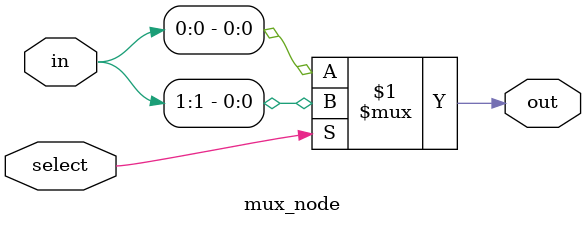
<source format=sv>

/*
* Copyright (c) 2008-2009, Kendall Correll
*
* Permission to use, copy, modify, and distribute this software for any
* purpose with or without fee is hereby granted, provided that the above
* copyright notice and this permission notice appear in all copies.
*
* THE SOFTWARE IS PROVIDED "AS IS" AND THE AUTHOR DISCLAIMS ALL WARRANTIES
* WITH REGARD TO THIS SOFTWARE INCLUDING ALL IMPLIED WARRANTIES OF
* MERCHANTABILITY AND FITNESS. IN NO EVENT SHALL THE AUTHOR BE LIABLE FOR
* ANY SPECIAL, DIRECT, INDIRECT, OR CONSEQUENTIAL DAMAGES OR ANY DAMAGES
* WHATSOEVER RESULTING FROM LOSS OF USE, DATA OR PROFITS, WHETHER IN AN
* ACTION OF CONTRACT, NEGLIGENCE OR OTHER TORTIOUS ACTION, ARISING OUT OF
* OR IN CONNECTION WITH THE USE OR PERFORMANCE OF THIS SOFTWARE.
*/

`include "global_package.vh"

module mux_node (
	input  logic [1:0] in    ,
	input  logic       select,
	output logic       out
);

	assign out = select ?  in[1] : in[0];

endmodule : mux_node
</source>
